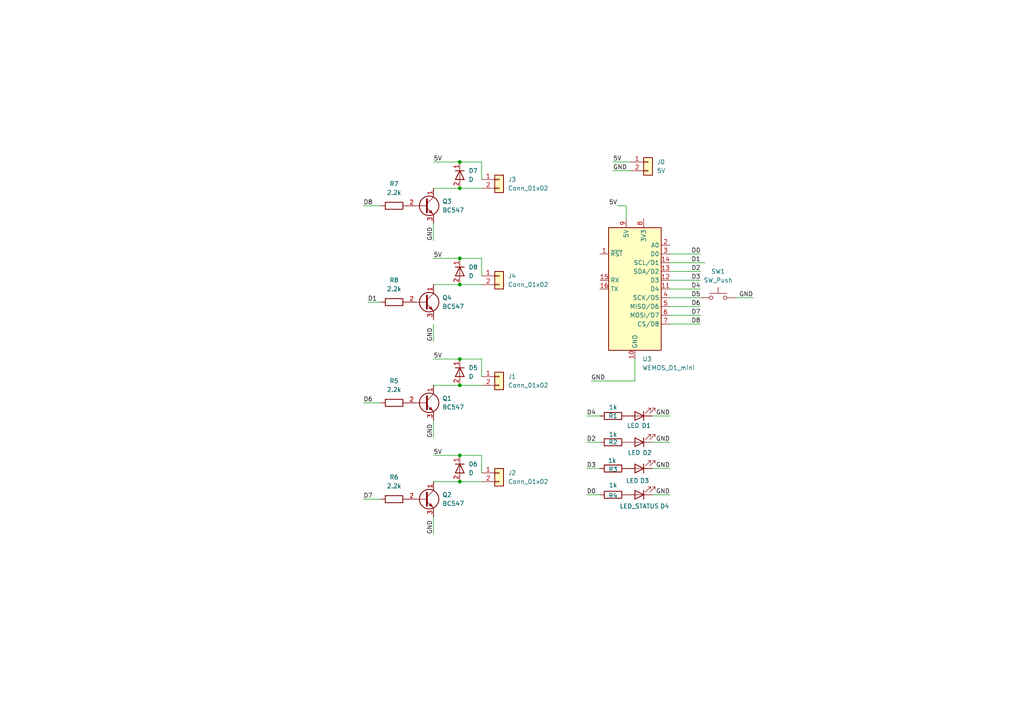
<source format=kicad_sch>
(kicad_sch
	(version 20250114)
	(generator "eeschema")
	(generator_version "9.0")
	(uuid "42265a98-b6bf-4d34-8968-b201c68faa0d")
	(paper "A4")
	(lib_symbols
		(symbol "Connector_Generic:Conn_01x02"
			(pin_names
				(offset 1.016)
				(hide yes)
			)
			(exclude_from_sim no)
			(in_bom yes)
			(on_board yes)
			(property "Reference" "J"
				(at 0 2.54 0)
				(effects
					(font
						(size 1.27 1.27)
					)
				)
			)
			(property "Value" "Conn_01x02"
				(at 0 -5.08 0)
				(effects
					(font
						(size 1.27 1.27)
					)
				)
			)
			(property "Footprint" ""
				(at 0 0 0)
				(effects
					(font
						(size 1.27 1.27)
					)
					(hide yes)
				)
			)
			(property "Datasheet" "~"
				(at 0 0 0)
				(effects
					(font
						(size 1.27 1.27)
					)
					(hide yes)
				)
			)
			(property "Description" "Generic connector, single row, 01x02, script generated (kicad-library-utils/schlib/autogen/connector/)"
				(at 0 0 0)
				(effects
					(font
						(size 1.27 1.27)
					)
					(hide yes)
				)
			)
			(property "ki_keywords" "connector"
				(at 0 0 0)
				(effects
					(font
						(size 1.27 1.27)
					)
					(hide yes)
				)
			)
			(property "ki_fp_filters" "Connector*:*_1x??_*"
				(at 0 0 0)
				(effects
					(font
						(size 1.27 1.27)
					)
					(hide yes)
				)
			)
			(symbol "Conn_01x02_1_1"
				(rectangle
					(start -1.27 1.27)
					(end 1.27 -3.81)
					(stroke
						(width 0.254)
						(type default)
					)
					(fill
						(type background)
					)
				)
				(rectangle
					(start -1.27 0.127)
					(end 0 -0.127)
					(stroke
						(width 0.1524)
						(type default)
					)
					(fill
						(type none)
					)
				)
				(rectangle
					(start -1.27 -2.413)
					(end 0 -2.667)
					(stroke
						(width 0.1524)
						(type default)
					)
					(fill
						(type none)
					)
				)
				(pin passive line
					(at -5.08 0 0)
					(length 3.81)
					(name "Pin_1"
						(effects
							(font
								(size 1.27 1.27)
							)
						)
					)
					(number "1"
						(effects
							(font
								(size 1.27 1.27)
							)
						)
					)
				)
				(pin passive line
					(at -5.08 -2.54 0)
					(length 3.81)
					(name "Pin_2"
						(effects
							(font
								(size 1.27 1.27)
							)
						)
					)
					(number "2"
						(effects
							(font
								(size 1.27 1.27)
							)
						)
					)
				)
			)
			(embedded_fonts no)
		)
		(symbol "Device:LED"
			(pin_numbers
				(hide yes)
			)
			(pin_names
				(offset 1.016)
				(hide yes)
			)
			(exclude_from_sim no)
			(in_bom yes)
			(on_board yes)
			(property "Reference" "D"
				(at 0 2.54 0)
				(effects
					(font
						(size 1.27 1.27)
					)
				)
			)
			(property "Value" "LED"
				(at 0 -2.54 0)
				(effects
					(font
						(size 1.27 1.27)
					)
				)
			)
			(property "Footprint" ""
				(at 0 0 0)
				(effects
					(font
						(size 1.27 1.27)
					)
					(hide yes)
				)
			)
			(property "Datasheet" "~"
				(at 0 0 0)
				(effects
					(font
						(size 1.27 1.27)
					)
					(hide yes)
				)
			)
			(property "Description" "Light emitting diode"
				(at 0 0 0)
				(effects
					(font
						(size 1.27 1.27)
					)
					(hide yes)
				)
			)
			(property "Sim.Pins" "1=K 2=A"
				(at 0 0 0)
				(effects
					(font
						(size 1.27 1.27)
					)
					(hide yes)
				)
			)
			(property "ki_keywords" "LED diode"
				(at 0 0 0)
				(effects
					(font
						(size 1.27 1.27)
					)
					(hide yes)
				)
			)
			(property "ki_fp_filters" "LED* LED_SMD:* LED_THT:*"
				(at 0 0 0)
				(effects
					(font
						(size 1.27 1.27)
					)
					(hide yes)
				)
			)
			(symbol "LED_0_1"
				(polyline
					(pts
						(xy -3.048 -0.762) (xy -4.572 -2.286) (xy -3.81 -2.286) (xy -4.572 -2.286) (xy -4.572 -1.524)
					)
					(stroke
						(width 0)
						(type default)
					)
					(fill
						(type none)
					)
				)
				(polyline
					(pts
						(xy -1.778 -0.762) (xy -3.302 -2.286) (xy -2.54 -2.286) (xy -3.302 -2.286) (xy -3.302 -1.524)
					)
					(stroke
						(width 0)
						(type default)
					)
					(fill
						(type none)
					)
				)
				(polyline
					(pts
						(xy -1.27 0) (xy 1.27 0)
					)
					(stroke
						(width 0)
						(type default)
					)
					(fill
						(type none)
					)
				)
				(polyline
					(pts
						(xy -1.27 -1.27) (xy -1.27 1.27)
					)
					(stroke
						(width 0.254)
						(type default)
					)
					(fill
						(type none)
					)
				)
				(polyline
					(pts
						(xy 1.27 -1.27) (xy 1.27 1.27) (xy -1.27 0) (xy 1.27 -1.27)
					)
					(stroke
						(width 0.254)
						(type default)
					)
					(fill
						(type none)
					)
				)
			)
			(symbol "LED_1_1"
				(pin passive line
					(at -3.81 0 0)
					(length 2.54)
					(name "K"
						(effects
							(font
								(size 1.27 1.27)
							)
						)
					)
					(number "1"
						(effects
							(font
								(size 1.27 1.27)
							)
						)
					)
				)
				(pin passive line
					(at 3.81 0 180)
					(length 2.54)
					(name "A"
						(effects
							(font
								(size 1.27 1.27)
							)
						)
					)
					(number "2"
						(effects
							(font
								(size 1.27 1.27)
							)
						)
					)
				)
			)
			(embedded_fonts no)
		)
		(symbol "Device:R"
			(pin_numbers
				(hide yes)
			)
			(pin_names
				(offset 0)
			)
			(exclude_from_sim no)
			(in_bom yes)
			(on_board yes)
			(property "Reference" "R"
				(at 2.032 0 90)
				(effects
					(font
						(size 1.27 1.27)
					)
				)
			)
			(property "Value" "R"
				(at 0 0 90)
				(effects
					(font
						(size 1.27 1.27)
					)
				)
			)
			(property "Footprint" ""
				(at -1.778 0 90)
				(effects
					(font
						(size 1.27 1.27)
					)
					(hide yes)
				)
			)
			(property "Datasheet" "~"
				(at 0 0 0)
				(effects
					(font
						(size 1.27 1.27)
					)
					(hide yes)
				)
			)
			(property "Description" "Resistor"
				(at 0 0 0)
				(effects
					(font
						(size 1.27 1.27)
					)
					(hide yes)
				)
			)
			(property "ki_keywords" "R res resistor"
				(at 0 0 0)
				(effects
					(font
						(size 1.27 1.27)
					)
					(hide yes)
				)
			)
			(property "ki_fp_filters" "R_*"
				(at 0 0 0)
				(effects
					(font
						(size 1.27 1.27)
					)
					(hide yes)
				)
			)
			(symbol "R_0_1"
				(rectangle
					(start -1.016 -2.54)
					(end 1.016 2.54)
					(stroke
						(width 0.254)
						(type default)
					)
					(fill
						(type none)
					)
				)
			)
			(symbol "R_1_1"
				(pin passive line
					(at 0 3.81 270)
					(length 1.27)
					(name "~"
						(effects
							(font
								(size 1.27 1.27)
							)
						)
					)
					(number "1"
						(effects
							(font
								(size 1.27 1.27)
							)
						)
					)
				)
				(pin passive line
					(at 0 -3.81 90)
					(length 1.27)
					(name "~"
						(effects
							(font
								(size 1.27 1.27)
							)
						)
					)
					(number "2"
						(effects
							(font
								(size 1.27 1.27)
							)
						)
					)
				)
			)
			(embedded_fonts no)
		)
		(symbol "RF_Module:WEMOS_D1_mini"
			(exclude_from_sim no)
			(in_bom yes)
			(on_board yes)
			(property "Reference" "U"
				(at 3.81 19.05 0)
				(effects
					(font
						(size 1.27 1.27)
					)
					(justify left)
				)
			)
			(property "Value" "WEMOS_D1_mini"
				(at 1.27 -19.05 0)
				(effects
					(font
						(size 1.27 1.27)
					)
					(justify left)
				)
			)
			(property "Footprint" "RF_Module:WEMOS_D1_mini_light"
				(at 0 -29.21 0)
				(effects
					(font
						(size 1.27 1.27)
					)
					(hide yes)
				)
			)
			(property "Datasheet" "https://wiki.wemos.cc/products:d1:d1_mini#documentation"
				(at -46.99 -29.21 0)
				(effects
					(font
						(size 1.27 1.27)
					)
					(hide yes)
				)
			)
			(property "Description" "32-bit microcontroller module with WiFi"
				(at 0 0 0)
				(effects
					(font
						(size 1.27 1.27)
					)
					(hide yes)
				)
			)
			(property "ki_keywords" "ESP8266 WiFi microcontroller ESP8266EX"
				(at 0 0 0)
				(effects
					(font
						(size 1.27 1.27)
					)
					(hide yes)
				)
			)
			(property "ki_fp_filters" "WEMOS*D1*mini*"
				(at 0 0 0)
				(effects
					(font
						(size 1.27 1.27)
					)
					(hide yes)
				)
			)
			(symbol "WEMOS_D1_mini_1_1"
				(rectangle
					(start -7.62 17.78)
					(end 7.62 -17.78)
					(stroke
						(width 0.254)
						(type default)
					)
					(fill
						(type background)
					)
				)
				(pin input line
					(at -10.16 10.16 0)
					(length 2.54)
					(name "~{RST}"
						(effects
							(font
								(size 1.27 1.27)
							)
						)
					)
					(number "1"
						(effects
							(font
								(size 1.27 1.27)
							)
						)
					)
				)
				(pin input line
					(at -10.16 2.54 0)
					(length 2.54)
					(name "RX"
						(effects
							(font
								(size 1.27 1.27)
							)
						)
					)
					(number "15"
						(effects
							(font
								(size 1.27 1.27)
							)
						)
					)
				)
				(pin output line
					(at -10.16 0 0)
					(length 2.54)
					(name "TX"
						(effects
							(font
								(size 1.27 1.27)
							)
						)
					)
					(number "16"
						(effects
							(font
								(size 1.27 1.27)
							)
						)
					)
				)
				(pin power_in line
					(at -2.54 20.32 270)
					(length 2.54)
					(name "5V"
						(effects
							(font
								(size 1.27 1.27)
							)
						)
					)
					(number "9"
						(effects
							(font
								(size 1.27 1.27)
							)
						)
					)
				)
				(pin power_in line
					(at 0 -20.32 90)
					(length 2.54)
					(name "GND"
						(effects
							(font
								(size 1.27 1.27)
							)
						)
					)
					(number "10"
						(effects
							(font
								(size 1.27 1.27)
							)
						)
					)
				)
				(pin power_out line
					(at 2.54 20.32 270)
					(length 2.54)
					(name "3V3"
						(effects
							(font
								(size 1.27 1.27)
							)
						)
					)
					(number "8"
						(effects
							(font
								(size 1.27 1.27)
							)
						)
					)
				)
				(pin input line
					(at 10.16 12.7 180)
					(length 2.54)
					(name "A0"
						(effects
							(font
								(size 1.27 1.27)
							)
						)
					)
					(number "2"
						(effects
							(font
								(size 1.27 1.27)
							)
						)
					)
				)
				(pin bidirectional line
					(at 10.16 10.16 180)
					(length 2.54)
					(name "D0"
						(effects
							(font
								(size 1.27 1.27)
							)
						)
					)
					(number "3"
						(effects
							(font
								(size 1.27 1.27)
							)
						)
					)
				)
				(pin bidirectional line
					(at 10.16 7.62 180)
					(length 2.54)
					(name "SCL/D1"
						(effects
							(font
								(size 1.27 1.27)
							)
						)
					)
					(number "14"
						(effects
							(font
								(size 1.27 1.27)
							)
						)
					)
				)
				(pin bidirectional line
					(at 10.16 5.08 180)
					(length 2.54)
					(name "SDA/D2"
						(effects
							(font
								(size 1.27 1.27)
							)
						)
					)
					(number "13"
						(effects
							(font
								(size 1.27 1.27)
							)
						)
					)
				)
				(pin bidirectional line
					(at 10.16 2.54 180)
					(length 2.54)
					(name "D3"
						(effects
							(font
								(size 1.27 1.27)
							)
						)
					)
					(number "12"
						(effects
							(font
								(size 1.27 1.27)
							)
						)
					)
				)
				(pin bidirectional line
					(at 10.16 0 180)
					(length 2.54)
					(name "D4"
						(effects
							(font
								(size 1.27 1.27)
							)
						)
					)
					(number "11"
						(effects
							(font
								(size 1.27 1.27)
							)
						)
					)
				)
				(pin bidirectional line
					(at 10.16 -2.54 180)
					(length 2.54)
					(name "SCK/D5"
						(effects
							(font
								(size 1.27 1.27)
							)
						)
					)
					(number "4"
						(effects
							(font
								(size 1.27 1.27)
							)
						)
					)
				)
				(pin bidirectional line
					(at 10.16 -5.08 180)
					(length 2.54)
					(name "MISO/D6"
						(effects
							(font
								(size 1.27 1.27)
							)
						)
					)
					(number "5"
						(effects
							(font
								(size 1.27 1.27)
							)
						)
					)
				)
				(pin bidirectional line
					(at 10.16 -7.62 180)
					(length 2.54)
					(name "MOSI/D7"
						(effects
							(font
								(size 1.27 1.27)
							)
						)
					)
					(number "6"
						(effects
							(font
								(size 1.27 1.27)
							)
						)
					)
				)
				(pin bidirectional line
					(at 10.16 -10.16 180)
					(length 2.54)
					(name "CS/D8"
						(effects
							(font
								(size 1.27 1.27)
							)
						)
					)
					(number "7"
						(effects
							(font
								(size 1.27 1.27)
							)
						)
					)
				)
			)
			(embedded_fonts no)
		)
		(symbol "Simulation_SPICE:D"
			(pin_names
				(offset 1.016)
				(hide yes)
			)
			(exclude_from_sim no)
			(in_bom yes)
			(on_board yes)
			(property "Reference" "D"
				(at 0 2.54 0)
				(effects
					(font
						(size 1.27 1.27)
					)
				)
			)
			(property "Value" "D"
				(at 0 -2.54 0)
				(effects
					(font
						(size 1.27 1.27)
					)
				)
			)
			(property "Footprint" ""
				(at 0 0 0)
				(effects
					(font
						(size 1.27 1.27)
					)
					(hide yes)
				)
			)
			(property "Datasheet" "https://ngspice.sourceforge.io/docs/ngspice-html-manual/manual.xhtml#cha_DIODEs"
				(at 0 0 0)
				(effects
					(font
						(size 1.27 1.27)
					)
					(hide yes)
				)
			)
			(property "Description" "Diode for simulation or PCB"
				(at 0 0 0)
				(effects
					(font
						(size 1.27 1.27)
					)
					(hide yes)
				)
			)
			(property "Sim.Device" "D"
				(at 0 0 0)
				(effects
					(font
						(size 1.27 1.27)
					)
					(hide yes)
				)
			)
			(property "Sim.Pins" "1=K 2=A"
				(at 0 0 0)
				(effects
					(font
						(size 1.27 1.27)
					)
					(hide yes)
				)
			)
			(property "Sim.Params" "rs=50m cjo=10p"
				(at 0 0 0)
				(effects
					(font
						(size 1.27 1.27)
					)
					(hide yes)
				)
			)
			(property "ki_keywords" "simulation"
				(at 0 0 0)
				(effects
					(font
						(size 1.27 1.27)
					)
					(hide yes)
				)
			)
			(property "ki_fp_filters" "TO-???* *_Diode_* *SingleDiode* D_*"
				(at 0 0 0)
				(effects
					(font
						(size 1.27 1.27)
					)
					(hide yes)
				)
			)
			(symbol "D_0_1"
				(polyline
					(pts
						(xy -1.27 1.27) (xy -1.27 -1.27)
					)
					(stroke
						(width 0.254)
						(type default)
					)
					(fill
						(type none)
					)
				)
				(polyline
					(pts
						(xy 1.27 1.27) (xy 1.27 -1.27) (xy -1.27 0) (xy 1.27 1.27)
					)
					(stroke
						(width 0.254)
						(type default)
					)
					(fill
						(type none)
					)
				)
				(polyline
					(pts
						(xy 1.27 0) (xy -1.27 0)
					)
					(stroke
						(width 0)
						(type default)
					)
					(fill
						(type none)
					)
				)
			)
			(symbol "D_1_1"
				(pin passive line
					(at -3.81 0 0)
					(length 2.54)
					(name "K"
						(effects
							(font
								(size 1.27 1.27)
							)
						)
					)
					(number "1"
						(effects
							(font
								(size 1.27 1.27)
							)
						)
					)
				)
				(pin passive line
					(at 3.81 0 180)
					(length 2.54)
					(name "A"
						(effects
							(font
								(size 1.27 1.27)
							)
						)
					)
					(number "2"
						(effects
							(font
								(size 1.27 1.27)
							)
						)
					)
				)
			)
			(embedded_fonts no)
		)
		(symbol "Switch:SW_Push"
			(pin_numbers
				(hide yes)
			)
			(pin_names
				(offset 1.016)
				(hide yes)
			)
			(exclude_from_sim no)
			(in_bom yes)
			(on_board yes)
			(property "Reference" "SW"
				(at 1.27 2.54 0)
				(effects
					(font
						(size 1.27 1.27)
					)
					(justify left)
				)
			)
			(property "Value" "SW_Push"
				(at 0 -1.524 0)
				(effects
					(font
						(size 1.27 1.27)
					)
				)
			)
			(property "Footprint" ""
				(at 0 5.08 0)
				(effects
					(font
						(size 1.27 1.27)
					)
					(hide yes)
				)
			)
			(property "Datasheet" "~"
				(at 0 5.08 0)
				(effects
					(font
						(size 1.27 1.27)
					)
					(hide yes)
				)
			)
			(property "Description" "Push button switch, generic, two pins"
				(at 0 0 0)
				(effects
					(font
						(size 1.27 1.27)
					)
					(hide yes)
				)
			)
			(property "ki_keywords" "switch normally-open pushbutton push-button"
				(at 0 0 0)
				(effects
					(font
						(size 1.27 1.27)
					)
					(hide yes)
				)
			)
			(symbol "SW_Push_0_1"
				(circle
					(center -2.032 0)
					(radius 0.508)
					(stroke
						(width 0)
						(type default)
					)
					(fill
						(type none)
					)
				)
				(polyline
					(pts
						(xy 0 1.27) (xy 0 3.048)
					)
					(stroke
						(width 0)
						(type default)
					)
					(fill
						(type none)
					)
				)
				(circle
					(center 2.032 0)
					(radius 0.508)
					(stroke
						(width 0)
						(type default)
					)
					(fill
						(type none)
					)
				)
				(polyline
					(pts
						(xy 2.54 1.27) (xy -2.54 1.27)
					)
					(stroke
						(width 0)
						(type default)
					)
					(fill
						(type none)
					)
				)
				(pin passive line
					(at -5.08 0 0)
					(length 2.54)
					(name "1"
						(effects
							(font
								(size 1.27 1.27)
							)
						)
					)
					(number "1"
						(effects
							(font
								(size 1.27 1.27)
							)
						)
					)
				)
				(pin passive line
					(at 5.08 0 180)
					(length 2.54)
					(name "2"
						(effects
							(font
								(size 1.27 1.27)
							)
						)
					)
					(number "2"
						(effects
							(font
								(size 1.27 1.27)
							)
						)
					)
				)
			)
			(embedded_fonts no)
		)
		(symbol "Transistor_BJT:BC546"
			(pin_names
				(offset 0)
				(hide yes)
			)
			(exclude_from_sim no)
			(in_bom yes)
			(on_board yes)
			(property "Reference" "Q"
				(at 5.08 1.905 0)
				(effects
					(font
						(size 1.27 1.27)
					)
					(justify left)
				)
			)
			(property "Value" "BC546"
				(at 5.08 0 0)
				(effects
					(font
						(size 1.27 1.27)
					)
					(justify left)
				)
			)
			(property "Footprint" "Package_TO_SOT_THT:TO-92_Inline"
				(at 5.08 -1.905 0)
				(effects
					(font
						(size 1.27 1.27)
						(italic yes)
					)
					(justify left)
					(hide yes)
				)
			)
			(property "Datasheet" "https://www.onsemi.com/pub/Collateral/BC550-D.pdf"
				(at 0 0 0)
				(effects
					(font
						(size 1.27 1.27)
					)
					(justify left)
					(hide yes)
				)
			)
			(property "Description" "0.1A Ic, 65V Vce, Small Signal NPN Transistor, TO-92"
				(at 0 0 0)
				(effects
					(font
						(size 1.27 1.27)
					)
					(hide yes)
				)
			)
			(property "ki_keywords" "NPN Transistor"
				(at 0 0 0)
				(effects
					(font
						(size 1.27 1.27)
					)
					(hide yes)
				)
			)
			(property "ki_fp_filters" "TO?92*"
				(at 0 0 0)
				(effects
					(font
						(size 1.27 1.27)
					)
					(hide yes)
				)
			)
			(symbol "BC546_0_1"
				(polyline
					(pts
						(xy -2.54 0) (xy 0.635 0)
					)
					(stroke
						(width 0)
						(type default)
					)
					(fill
						(type none)
					)
				)
				(polyline
					(pts
						(xy 0.635 1.905) (xy 0.635 -1.905)
					)
					(stroke
						(width 0.508)
						(type default)
					)
					(fill
						(type none)
					)
				)
				(circle
					(center 1.27 0)
					(radius 2.8194)
					(stroke
						(width 0.254)
						(type default)
					)
					(fill
						(type none)
					)
				)
			)
			(symbol "BC546_1_1"
				(polyline
					(pts
						(xy 0.635 0.635) (xy 2.54 2.54)
					)
					(stroke
						(width 0)
						(type default)
					)
					(fill
						(type none)
					)
				)
				(polyline
					(pts
						(xy 0.635 -0.635) (xy 2.54 -2.54)
					)
					(stroke
						(width 0)
						(type default)
					)
					(fill
						(type none)
					)
				)
				(polyline
					(pts
						(xy 1.27 -1.778) (xy 1.778 -1.27) (xy 2.286 -2.286) (xy 1.27 -1.778)
					)
					(stroke
						(width 0)
						(type default)
					)
					(fill
						(type outline)
					)
				)
				(pin input line
					(at -5.08 0 0)
					(length 2.54)
					(name "B"
						(effects
							(font
								(size 1.27 1.27)
							)
						)
					)
					(number "2"
						(effects
							(font
								(size 1.27 1.27)
							)
						)
					)
				)
				(pin passive line
					(at 2.54 5.08 270)
					(length 2.54)
					(name "C"
						(effects
							(font
								(size 1.27 1.27)
							)
						)
					)
					(number "1"
						(effects
							(font
								(size 1.27 1.27)
							)
						)
					)
				)
				(pin passive line
					(at 2.54 -5.08 90)
					(length 2.54)
					(name "E"
						(effects
							(font
								(size 1.27 1.27)
							)
						)
					)
					(number "3"
						(effects
							(font
								(size 1.27 1.27)
							)
						)
					)
				)
			)
			(embedded_fonts no)
		)
	)
	(junction
		(at 133.35 46.99)
		(diameter 0)
		(color 0 0 0 0)
		(uuid "2d00de55-643c-4098-8376-dde1cfa1f91c")
	)
	(junction
		(at 133.35 74.93)
		(diameter 0)
		(color 0 0 0 0)
		(uuid "35c61f2b-fc5f-4a2a-a028-c35e2b8ad9d6")
	)
	(junction
		(at 133.35 82.55)
		(diameter 0)
		(color 0 0 0 0)
		(uuid "3d294574-ff89-4feb-85bc-38f0f73ab595")
	)
	(junction
		(at 133.35 54.61)
		(diameter 0)
		(color 0 0 0 0)
		(uuid "5037c5fe-5e23-4dfc-84e5-829d791f2df0")
	)
	(junction
		(at 133.35 111.76)
		(diameter 0)
		(color 0 0 0 0)
		(uuid "afcb1d18-5048-4855-a5b8-94dfed5647d6")
	)
	(junction
		(at 133.35 132.08)
		(diameter 0)
		(color 0 0 0 0)
		(uuid "b0fea92f-a741-4627-9a47-97a4c886cc00")
	)
	(junction
		(at 133.35 139.7)
		(diameter 0)
		(color 0 0 0 0)
		(uuid "b69b6758-4417-439f-ad7d-569b7ecef09d")
	)
	(junction
		(at 133.35 104.14)
		(diameter 0)
		(color 0 0 0 0)
		(uuid "f3120fcb-60ca-4653-b8f7-374efe9f73b1")
	)
	(wire
		(pts
			(xy 133.35 82.55) (xy 139.7 82.55)
		)
		(stroke
			(width 0)
			(type default)
		)
		(uuid "030c053e-f80b-4964-86d7-15dbca5fa4d6")
	)
	(wire
		(pts
			(xy 139.7 52.07) (xy 139.7 46.99)
		)
		(stroke
			(width 0)
			(type default)
		)
		(uuid "077672ba-a67b-46bc-b577-503d5aee5196")
	)
	(wire
		(pts
			(xy 194.31 88.9) (xy 203.2 88.9)
		)
		(stroke
			(width 0)
			(type default)
		)
		(uuid "1864f020-ebd5-4d6a-b7b1-b211b2c1394c")
	)
	(wire
		(pts
			(xy 194.31 73.66) (xy 203.2 73.66)
		)
		(stroke
			(width 0)
			(type default)
		)
		(uuid "1b0bbd1f-170d-4f11-97db-13a0554cba74")
	)
	(wire
		(pts
			(xy 177.8 46.99) (xy 182.88 46.99)
		)
		(stroke
			(width 0)
			(type default)
		)
		(uuid "20de61c5-1b62-4c71-bc87-800a9f6666e4")
	)
	(wire
		(pts
			(xy 177.8 49.53) (xy 182.88 49.53)
		)
		(stroke
			(width 0)
			(type default)
		)
		(uuid "22a8ac18-fe28-4342-9779-0e5cdb13798d")
	)
	(wire
		(pts
			(xy 139.7 137.16) (xy 139.7 132.08)
		)
		(stroke
			(width 0)
			(type default)
		)
		(uuid "2342663d-2331-478c-a299-cc5151edc19b")
	)
	(wire
		(pts
			(xy 194.31 91.44) (xy 203.2 91.44)
		)
		(stroke
			(width 0)
			(type default)
		)
		(uuid "23cb8b6d-4b04-4796-9741-e53eaee98bae")
	)
	(wire
		(pts
			(xy 125.73 82.55) (xy 133.35 82.55)
		)
		(stroke
			(width 0)
			(type default)
		)
		(uuid "23dc79a3-85ee-43e0-b2a7-a4972209cf4a")
	)
	(wire
		(pts
			(xy 133.35 46.99) (xy 139.7 46.99)
		)
		(stroke
			(width 0)
			(type default)
		)
		(uuid "2777c9de-4bdf-4913-8c7a-79bf99464996")
	)
	(wire
		(pts
			(xy 133.35 74.93) (xy 139.7 74.93)
		)
		(stroke
			(width 0)
			(type default)
		)
		(uuid "2b7a71d5-9d5b-4f31-a40f-c1fd0482e4e3")
	)
	(wire
		(pts
			(xy 125.73 64.77) (xy 125.73 69.85)
		)
		(stroke
			(width 0)
			(type default)
		)
		(uuid "2ed19096-07c7-48d3-bb58-8a3fcd8e7984")
	)
	(wire
		(pts
			(xy 106.68 87.63) (xy 110.49 87.63)
		)
		(stroke
			(width 0)
			(type default)
		)
		(uuid "32ac8214-e2ae-4de2-a98a-f38ef78cf8be")
	)
	(wire
		(pts
			(xy 194.31 93.98) (xy 203.2 93.98)
		)
		(stroke
			(width 0)
			(type default)
		)
		(uuid "37d68b6b-36f4-44af-8cb0-20d31b1cd66e")
	)
	(wire
		(pts
			(xy 194.31 120.65) (xy 189.23 120.65)
		)
		(stroke
			(width 0)
			(type default)
		)
		(uuid "404377e0-fb5d-40e2-bb1d-063019ad2f7f")
	)
	(wire
		(pts
			(xy 105.41 59.69) (xy 110.49 59.69)
		)
		(stroke
			(width 0)
			(type default)
		)
		(uuid "4706cf4e-4d64-4ccc-8389-aa61be2d822b")
	)
	(wire
		(pts
			(xy 194.31 83.82) (xy 203.2 83.82)
		)
		(stroke
			(width 0)
			(type default)
		)
		(uuid "47080aa3-19d1-4cdc-ae5c-312dd592fe75")
	)
	(wire
		(pts
			(xy 171.45 110.49) (xy 184.15 110.49)
		)
		(stroke
			(width 0)
			(type default)
		)
		(uuid "48f4a762-b233-4fae-b164-1f6ae67c6395")
	)
	(wire
		(pts
			(xy 125.73 121.92) (xy 125.73 127)
		)
		(stroke
			(width 0)
			(type default)
		)
		(uuid "49e15c8c-97a7-4245-ade5-40ed2632d199")
	)
	(wire
		(pts
			(xy 194.31 76.2) (xy 204.47 76.2)
		)
		(stroke
			(width 0)
			(type default)
		)
		(uuid "4c98493d-326b-4133-a8bf-dab27dddf034")
	)
	(wire
		(pts
			(xy 125.73 74.93) (xy 133.35 74.93)
		)
		(stroke
			(width 0)
			(type default)
		)
		(uuid "4f2dbed5-e23d-4568-93f5-98c372ba037a")
	)
	(wire
		(pts
			(xy 194.31 81.28) (xy 203.2 81.28)
		)
		(stroke
			(width 0)
			(type default)
		)
		(uuid "517d9d45-5177-4c8f-a58e-ef8f5b061470")
	)
	(wire
		(pts
			(xy 125.73 132.08) (xy 133.35 132.08)
		)
		(stroke
			(width 0)
			(type default)
		)
		(uuid "5413a9ca-6ea9-4296-a3d5-07ef7ae26942")
	)
	(wire
		(pts
			(xy 133.35 139.7) (xy 139.7 139.7)
		)
		(stroke
			(width 0)
			(type default)
		)
		(uuid "5e3397c9-97fb-42ef-a0fd-b006c91afcba")
	)
	(wire
		(pts
			(xy 170.18 128.27) (xy 173.99 128.27)
		)
		(stroke
			(width 0)
			(type default)
		)
		(uuid "65e1a795-e421-403d-bd7c-52a713c2dcc6")
	)
	(wire
		(pts
			(xy 125.73 46.99) (xy 133.35 46.99)
		)
		(stroke
			(width 0)
			(type default)
		)
		(uuid "6a40d7c8-00f6-49d0-8a14-7fe0cd140e85")
	)
	(wire
		(pts
			(xy 170.18 135.89) (xy 173.99 135.89)
		)
		(stroke
			(width 0)
			(type default)
		)
		(uuid "6c394669-7926-4370-919c-32d44441baeb")
	)
	(wire
		(pts
			(xy 194.31 128.27) (xy 189.23 128.27)
		)
		(stroke
			(width 0)
			(type default)
		)
		(uuid "70023333-96e6-4916-9734-b15a4fd2d18c")
	)
	(wire
		(pts
			(xy 105.41 144.78) (xy 110.49 144.78)
		)
		(stroke
			(width 0)
			(type default)
		)
		(uuid "72de2192-c5b8-4efb-b26e-d79014946dce")
	)
	(wire
		(pts
			(xy 133.35 54.61) (xy 139.7 54.61)
		)
		(stroke
			(width 0)
			(type default)
		)
		(uuid "788ecbb4-f950-4442-a534-a2bd827f5275")
	)
	(wire
		(pts
			(xy 125.73 54.61) (xy 133.35 54.61)
		)
		(stroke
			(width 0)
			(type default)
		)
		(uuid "82354cba-cfff-47ef-9881-23444eccfff9")
	)
	(wire
		(pts
			(xy 125.73 93.98) (xy 125.73 99.06)
		)
		(stroke
			(width 0)
			(type default)
		)
		(uuid "88c744ee-07a3-471f-9814-70ead6f56347")
	)
	(wire
		(pts
			(xy 213.36 86.36) (xy 218.44 86.36)
		)
		(stroke
			(width 0)
			(type default)
		)
		(uuid "8ad6c5dc-4980-42ec-b11b-f40a7f096a9f")
	)
	(wire
		(pts
			(xy 203.2 86.36) (xy 194.31 86.36)
		)
		(stroke
			(width 0)
			(type default)
		)
		(uuid "8e2832d8-265f-4f29-bac2-eebb056b195a")
	)
	(wire
		(pts
			(xy 170.18 143.51) (xy 173.99 143.51)
		)
		(stroke
			(width 0)
			(type default)
		)
		(uuid "95d42b80-5311-4c47-b29e-b11b24a9ef99")
	)
	(wire
		(pts
			(xy 170.18 120.65) (xy 173.99 120.65)
		)
		(stroke
			(width 0)
			(type default)
		)
		(uuid "976b1171-ec98-4a8a-a9b9-f77b0bd7aa59")
	)
	(wire
		(pts
			(xy 139.7 80.01) (xy 139.7 74.93)
		)
		(stroke
			(width 0)
			(type default)
		)
		(uuid "9d3f713a-c5cc-485d-bcb1-a17a4c70a0a4")
	)
	(wire
		(pts
			(xy 105.41 116.84) (xy 110.49 116.84)
		)
		(stroke
			(width 0)
			(type default)
		)
		(uuid "a6fbebbd-65c6-4e5a-9eed-d8805f40d0df")
	)
	(wire
		(pts
			(xy 194.31 143.51) (xy 189.23 143.51)
		)
		(stroke
			(width 0)
			(type default)
		)
		(uuid "a94cdb55-849e-48e1-8c80-1ceec1266930")
	)
	(wire
		(pts
			(xy 194.31 135.89) (xy 189.23 135.89)
		)
		(stroke
			(width 0)
			(type default)
		)
		(uuid "b423f1d7-29d3-4807-af24-59bfe407dddc")
	)
	(wire
		(pts
			(xy 133.35 104.14) (xy 139.7 104.14)
		)
		(stroke
			(width 0)
			(type default)
		)
		(uuid "b93a4557-1e70-4c58-b2bb-27b8c45eac8c")
	)
	(wire
		(pts
			(xy 179.07 59.69) (xy 181.61 59.69)
		)
		(stroke
			(width 0)
			(type default)
		)
		(uuid "b98c2817-deb5-4a15-aec5-b08579fc5cfc")
	)
	(wire
		(pts
			(xy 181.61 59.69) (xy 181.61 63.5)
		)
		(stroke
			(width 0)
			(type default)
		)
		(uuid "be039768-10dc-4d93-a7c6-d0df6898e707")
	)
	(wire
		(pts
			(xy 125.73 104.14) (xy 133.35 104.14)
		)
		(stroke
			(width 0)
			(type default)
		)
		(uuid "c8ee7ae5-aa04-4111-b879-840c8f32774b")
	)
	(wire
		(pts
			(xy 133.35 111.76) (xy 139.7 111.76)
		)
		(stroke
			(width 0)
			(type default)
		)
		(uuid "ca4a1607-ac9d-4719-b293-1f4146a4884d")
	)
	(wire
		(pts
			(xy 125.73 149.86) (xy 125.73 154.94)
		)
		(stroke
			(width 0)
			(type default)
		)
		(uuid "d3c0e780-16b5-4894-8cc2-d1bb458eca73")
	)
	(wire
		(pts
			(xy 133.35 132.08) (xy 139.7 132.08)
		)
		(stroke
			(width 0)
			(type default)
		)
		(uuid "d695994d-2681-4c8e-8837-ee7e33146801")
	)
	(wire
		(pts
			(xy 184.15 104.14) (xy 184.15 110.49)
		)
		(stroke
			(width 0)
			(type default)
		)
		(uuid "e0411e70-e24f-4f04-9039-7d03191cbe82")
	)
	(wire
		(pts
			(xy 139.7 109.22) (xy 139.7 104.14)
		)
		(stroke
			(width 0)
			(type default)
		)
		(uuid "e5aa3ac8-a7c5-4192-9bd8-6c33af465557")
	)
	(wire
		(pts
			(xy 125.73 139.7) (xy 133.35 139.7)
		)
		(stroke
			(width 0)
			(type default)
		)
		(uuid "e5ee8b1a-6706-4491-bdba-5a31971fae66")
	)
	(wire
		(pts
			(xy 194.31 78.74) (xy 203.2 78.74)
		)
		(stroke
			(width 0)
			(type default)
		)
		(uuid "eedbb168-716a-4c16-ac16-7b5cdb8c5e74")
	)
	(wire
		(pts
			(xy 125.73 111.76) (xy 133.35 111.76)
		)
		(stroke
			(width 0)
			(type default)
		)
		(uuid "ef3ca34b-c95e-41bb-a5c4-d3f97721a5c0")
	)
	(label "GND"
		(at 194.31 120.65 180)
		(effects
			(font
				(size 1.27 1.27)
			)
			(justify right bottom)
		)
		(uuid "02e765bb-81ea-469e-be7c-583278213bc7")
	)
	(label "5V"
		(at 125.73 104.14 0)
		(effects
			(font
				(size 1.27 1.27)
			)
			(justify left bottom)
		)
		(uuid "0ac03a15-c9b2-46b4-89e6-50a5d523c6a7")
	)
	(label "GND"
		(at 194.31 128.27 180)
		(effects
			(font
				(size 1.27 1.27)
			)
			(justify right bottom)
		)
		(uuid "1eac61af-e27d-44d2-a436-53912a900d64")
	)
	(label "D6"
		(at 105.41 116.84 0)
		(effects
			(font
				(size 1.27 1.27)
			)
			(justify left bottom)
		)
		(uuid "2182559e-5956-4681-bf42-6670741cf003")
	)
	(label "GND"
		(at 194.31 143.51 180)
		(effects
			(font
				(size 1.27 1.27)
			)
			(justify right bottom)
		)
		(uuid "229bfa71-ac57-4630-8ba2-792098e70c0a")
	)
	(label "GND"
		(at 171.45 110.49 0)
		(effects
			(font
				(size 1.27 1.27)
			)
			(justify left bottom)
		)
		(uuid "26471ef7-a0ed-4978-83be-d3784a9ccc03")
	)
	(label "D7"
		(at 203.2 91.44 180)
		(effects
			(font
				(size 1.27 1.27)
			)
			(justify right bottom)
		)
		(uuid "2bc8b7f5-9f91-43dc-a358-f06e31beb74d")
	)
	(label "D8"
		(at 105.41 59.69 0)
		(effects
			(font
				(size 1.27 1.27)
			)
			(justify left bottom)
		)
		(uuid "3718d6c5-b808-4cce-8c6e-504e794b7171")
	)
	(label "D0"
		(at 203.2 73.66 180)
		(effects
			(font
				(size 1.27 1.27)
			)
			(justify right bottom)
		)
		(uuid "4599f894-cd54-4e8c-9266-34341746e326")
	)
	(label "D7"
		(at 105.41 144.78 0)
		(effects
			(font
				(size 1.27 1.27)
			)
			(justify left bottom)
		)
		(uuid "48802ae6-dd9b-4632-87ac-5aba7659d878")
	)
	(label "D5"
		(at 203.2 86.36 180)
		(effects
			(font
				(size 1.27 1.27)
			)
			(justify right bottom)
		)
		(uuid "49d16168-ab2e-41d1-961f-8168ce5d1e45")
	)
	(label "5V"
		(at 177.8 46.99 0)
		(effects
			(font
				(size 1.27 1.27)
			)
			(justify left bottom)
		)
		(uuid "49df592e-524f-4787-b7fd-c44e69f08c86")
	)
	(label "D0"
		(at 170.18 143.51 0)
		(effects
			(font
				(size 1.27 1.27)
			)
			(justify left bottom)
		)
		(uuid "52c021f5-1aa6-4356-85cc-0ad0bf2a8f20")
	)
	(label "GND"
		(at 125.73 99.06 90)
		(effects
			(font
				(size 1.27 1.27)
			)
			(justify left bottom)
		)
		(uuid "531143d3-5f16-4837-b93f-635884ed089d")
	)
	(label "GND"
		(at 125.73 69.85 90)
		(effects
			(font
				(size 1.27 1.27)
			)
			(justify left bottom)
		)
		(uuid "5ee292bd-725c-446a-9649-150530d61a6a")
	)
	(label "5V"
		(at 125.73 74.93 0)
		(effects
			(font
				(size 1.27 1.27)
			)
			(justify left bottom)
		)
		(uuid "77756c27-4cc6-4eda-9022-ecb865edc27d")
	)
	(label "D4"
		(at 203.2 83.82 180)
		(effects
			(font
				(size 1.27 1.27)
			)
			(justify right bottom)
		)
		(uuid "79bd9ba4-0924-496a-8f23-eb99f21114be")
	)
	(label "D2"
		(at 203.2 78.74 180)
		(effects
			(font
				(size 1.27 1.27)
			)
			(justify right bottom)
		)
		(uuid "7de03ffb-e078-4f0a-b1e2-af7dfe7077d0")
	)
	(label "D3"
		(at 203.2 81.28 180)
		(effects
			(font
				(size 1.27 1.27)
			)
			(justify right bottom)
		)
		(uuid "87df1145-9ce0-4e5f-8bf7-ca2104d7a632")
	)
	(label "5V"
		(at 125.73 46.99 0)
		(effects
			(font
				(size 1.27 1.27)
			)
			(justify left bottom)
		)
		(uuid "8a46aafb-61d0-4922-9728-0aa360ef406f")
	)
	(label "5V"
		(at 125.73 132.08 0)
		(effects
			(font
				(size 1.27 1.27)
			)
			(justify left bottom)
		)
		(uuid "a42e8e35-fcef-4b54-9570-7dc3698534d3")
	)
	(label "D3"
		(at 170.18 135.89 0)
		(effects
			(font
				(size 1.27 1.27)
			)
			(justify left bottom)
		)
		(uuid "a4456520-b66c-4056-b2e6-301007dd6439")
	)
	(label "GND"
		(at 218.44 86.36 180)
		(effects
			(font
				(size 1.27 1.27)
			)
			(justify right bottom)
		)
		(uuid "a63bd716-1772-4d9f-a6ee-64d8b961fd48")
	)
	(label "GND"
		(at 125.73 154.94 90)
		(effects
			(font
				(size 1.27 1.27)
			)
			(justify left bottom)
		)
		(uuid "b3da6def-1342-490f-8de4-0eab3cd24256")
	)
	(label "GND"
		(at 194.31 135.89 180)
		(effects
			(font
				(size 1.27 1.27)
			)
			(justify right bottom)
		)
		(uuid "b6c59825-069a-4283-8bb1-ae97082af137")
	)
	(label "D4"
		(at 170.18 120.65 0)
		(effects
			(font
				(size 1.27 1.27)
			)
			(justify left bottom)
		)
		(uuid "c6b1fe83-d4d8-49a5-9f2e-ecd985ea17c0")
	)
	(label "D1"
		(at 203.2 76.2 180)
		(effects
			(font
				(size 1.27 1.27)
			)
			(justify right bottom)
		)
		(uuid "d17f67c3-dacd-48c2-b49b-166f2f6853ee")
	)
	(label "GND"
		(at 125.73 127 90)
		(effects
			(font
				(size 1.27 1.27)
			)
			(justify left bottom)
		)
		(uuid "d7a38c60-467c-42c1-80ab-735ac3163718")
	)
	(label "D2"
		(at 170.18 128.27 0)
		(effects
			(font
				(size 1.27 1.27)
			)
			(justify left bottom)
		)
		(uuid "e196614f-11fd-4830-a152-a2a910b871f3")
	)
	(label "D6"
		(at 203.2 88.9 180)
		(effects
			(font
				(size 1.27 1.27)
			)
			(justify right bottom)
		)
		(uuid "e7ee0578-c2dd-4e63-8c94-ab2b0ced4124")
	)
	(label "5V"
		(at 179.07 59.69 180)
		(effects
			(font
				(size 1.27 1.27)
			)
			(justify right bottom)
		)
		(uuid "f2858d27-7086-4881-ade5-565871108e20")
	)
	(label "GND"
		(at 177.8 49.53 0)
		(effects
			(font
				(size 1.27 1.27)
			)
			(justify left bottom)
		)
		(uuid "faa16efc-f26f-4a15-bcfe-4e21fce920eb")
	)
	(label "D8"
		(at 203.2 93.98 180)
		(effects
			(font
				(size 1.27 1.27)
			)
			(justify right bottom)
		)
		(uuid "fad913aa-88a6-4f63-8caa-2bf255561a83")
	)
	(label "D1"
		(at 106.68 87.63 0)
		(effects
			(font
				(size 1.27 1.27)
			)
			(justify left bottom)
		)
		(uuid "fe795e3b-244c-4575-b7d5-e1c210942e50")
	)
	(symbol
		(lib_id "RF_Module:WEMOS_D1_mini")
		(at 184.15 83.82 0)
		(unit 1)
		(exclude_from_sim no)
		(in_bom yes)
		(on_board yes)
		(dnp no)
		(fields_autoplaced yes)
		(uuid "0fe62869-ea9f-4ed1-9abf-771c917db867")
		(property "Reference" "U3"
			(at 186.2933 104.14 0)
			(effects
				(font
					(size 1.27 1.27)
				)
				(justify left)
			)
		)
		(property "Value" "WEMOS_D1_mini"
			(at 186.2933 106.68 0)
			(effects
				(font
					(size 1.27 1.27)
				)
				(justify left)
			)
		)
		(property "Footprint" "RF_Module:WEMOS_D1_mini_light"
			(at 184.15 113.03 0)
			(effects
				(font
					(size 1.27 1.27)
				)
				(hide yes)
			)
		)
		(property "Datasheet" "https://wiki.wemos.cc/products:d1:d1_mini#documentation"
			(at 137.16 113.03 0)
			(effects
				(font
					(size 1.27 1.27)
				)
				(hide yes)
			)
		)
		(property "Description" "32-bit microcontroller module with WiFi"
			(at 184.15 83.82 0)
			(effects
				(font
					(size 1.27 1.27)
				)
				(hide yes)
			)
		)
		(pin "1"
			(uuid "12b75a2d-788a-4841-9437-05b35984cf36")
		)
		(pin "8"
			(uuid "27504ed8-9c82-4f79-a8f9-3081393fa7ea")
		)
		(pin "13"
			(uuid "1937abd5-a43f-468a-ae57-cc275af2b00d")
		)
		(pin "15"
			(uuid "90bfd92c-5816-4b23-889d-9f6e2bb7df47")
		)
		(pin "16"
			(uuid "da2ce4e7-1862-48fd-a844-b2e9302c3008")
		)
		(pin "11"
			(uuid "7d52704c-75c1-4beb-983b-aef39bf64d0d")
		)
		(pin "9"
			(uuid "ff4fb4ea-1275-4bdd-b204-2e9383bc6ae9")
		)
		(pin "14"
			(uuid "dfb392e9-eae6-47c2-84c4-c90af15a2166")
		)
		(pin "10"
			(uuid "976c37c9-f352-48ec-97a9-ee93c838956f")
		)
		(pin "6"
			(uuid "434c1204-c63a-4cf5-a812-21a6dd75d43a")
		)
		(pin "7"
			(uuid "e62709b6-bd66-4eb7-bbc7-6a7fe3e5d46b")
		)
		(pin "4"
			(uuid "b75404bb-f544-4e89-8b24-7ac3fb481574")
		)
		(pin "5"
			(uuid "2e63edcd-db24-460d-ade3-3f8b2ef2600a")
		)
		(pin "3"
			(uuid "9bc3e118-2198-42d6-afb3-76e756f1f395")
		)
		(pin "12"
			(uuid "97913bfb-6032-4a2f-bec2-827c188df14e")
		)
		(pin "2"
			(uuid "ddde2283-1695-41c6-bef6-b097589f1d9d")
		)
		(instances
			(project ""
				(path "/42265a98-b6bf-4d34-8968-b201c68faa0d"
					(reference "U3")
					(unit 1)
				)
			)
		)
	)
	(symbol
		(lib_id "Device:LED")
		(at 185.42 128.27 180)
		(unit 1)
		(exclude_from_sim no)
		(in_bom yes)
		(on_board yes)
		(dnp no)
		(uuid "13272067-1e73-4e85-a24a-ab76cfdbd2fd")
		(property "Reference" "D2"
			(at 187.706 131.318 0)
			(effects
				(font
					(size 1.27 1.27)
				)
			)
		)
		(property "Value" "LED"
			(at 183.896 131.318 0)
			(effects
				(font
					(size 1.27 1.27)
				)
			)
		)
		(property "Footprint" "LED_THT:LED_D3.0mm"
			(at 185.42 128.27 0)
			(effects
				(font
					(size 1.27 1.27)
				)
				(hide yes)
			)
		)
		(property "Datasheet" "~"
			(at 185.42 128.27 0)
			(effects
				(font
					(size 1.27 1.27)
				)
				(hide yes)
			)
		)
		(property "Description" "Light emitting diode"
			(at 185.42 128.27 0)
			(effects
				(font
					(size 1.27 1.27)
				)
				(hide yes)
			)
		)
		(property "Sim.Pins" "1=K 2=A"
			(at 185.42 128.27 0)
			(effects
				(font
					(size 1.27 1.27)
				)
				(hide yes)
			)
		)
		(pin "2"
			(uuid "3b043c20-f8bc-4933-8854-98589b0c33e3")
		)
		(pin "1"
			(uuid "fad82438-fb2c-45a0-8329-16294d2448c0")
		)
		(instances
			(project ""
				(path "/42265a98-b6bf-4d34-8968-b201c68faa0d"
					(reference "D2")
					(unit 1)
				)
			)
		)
	)
	(symbol
		(lib_id "Simulation_SPICE:D")
		(at 133.35 135.89 270)
		(unit 1)
		(exclude_from_sim no)
		(in_bom yes)
		(on_board yes)
		(dnp no)
		(fields_autoplaced yes)
		(uuid "33192161-c6ae-4df8-93a5-f97ceef91e03")
		(property "Reference" "D6"
			(at 135.89 134.6199 90)
			(effects
				(font
					(size 1.27 1.27)
				)
				(justify left)
			)
		)
		(property "Value" "D"
			(at 135.89 137.1599 90)
			(effects
				(font
					(size 1.27 1.27)
				)
				(justify left)
			)
		)
		(property "Footprint" "Diode_SMD:D_SMA"
			(at 133.35 135.89 0)
			(effects
				(font
					(size 1.27 1.27)
				)
				(hide yes)
			)
		)
		(property "Datasheet" "https://ngspice.sourceforge.io/docs/ngspice-html-manual/manual.xhtml#cha_DIODEs"
			(at 133.35 135.89 0)
			(effects
				(font
					(size 1.27 1.27)
				)
				(hide yes)
			)
		)
		(property "Description" "Diode for simulation or PCB"
			(at 133.35 135.89 0)
			(effects
				(font
					(size 1.27 1.27)
				)
				(hide yes)
			)
		)
		(property "Sim.Device" "D"
			(at 133.35 135.89 0)
			(effects
				(font
					(size 1.27 1.27)
				)
				(hide yes)
			)
		)
		(property "Sim.Pins" "1=K 2=A"
			(at 133.35 135.89 0)
			(effects
				(font
					(size 1.27 1.27)
				)
				(hide yes)
			)
		)
		(property "Sim.Params" "rs=50m cjo=10p"
			(at 133.35 135.89 0)
			(effects
				(font
					(size 1.27 1.27)
				)
				(hide yes)
			)
		)
		(pin "1"
			(uuid "f4fcd477-0914-42f5-83a7-7ec872dcb512")
		)
		(pin "2"
			(uuid "53f7ec6b-2038-43fb-b560-a9f389eee676")
		)
		(instances
			(project "Actividad1"
				(path "/42265a98-b6bf-4d34-8968-b201c68faa0d"
					(reference "D6")
					(unit 1)
				)
			)
		)
	)
	(symbol
		(lib_id "Connector_Generic:Conn_01x02")
		(at 187.96 46.99 0)
		(unit 1)
		(exclude_from_sim no)
		(in_bom yes)
		(on_board yes)
		(dnp no)
		(fields_autoplaced yes)
		(uuid "33ede8f9-0a8d-416e-ad32-a52ae6a64073")
		(property "Reference" "J0"
			(at 190.5 46.9899 0)
			(effects
				(font
					(size 1.27 1.27)
				)
				(justify left)
			)
		)
		(property "Value" "5V"
			(at 190.5 49.5299 0)
			(effects
				(font
					(size 1.27 1.27)
				)
				(justify left)
			)
		)
		(property "Footprint" "Connector_JST:JST_PH_S2B-PH-K_1x02_P2.00mm_Horizontal"
			(at 187.96 46.99 0)
			(effects
				(font
					(size 1.27 1.27)
				)
				(hide yes)
			)
		)
		(property "Datasheet" "~"
			(at 187.96 46.99 0)
			(effects
				(font
					(size 1.27 1.27)
				)
				(hide yes)
			)
		)
		(property "Description" "Generic connector, single row, 01x02, script generated (kicad-library-utils/schlib/autogen/connector/)"
			(at 187.96 46.99 0)
			(effects
				(font
					(size 1.27 1.27)
				)
				(hide yes)
			)
		)
		(pin "1"
			(uuid "41b42c61-68be-4532-9ed3-41ab6983e6b2")
		)
		(pin "2"
			(uuid "c1fbb2ad-815b-47b3-894f-4e0b8ca0960e")
		)
		(instances
			(project ""
				(path "/42265a98-b6bf-4d34-8968-b201c68faa0d"
					(reference "J0")
					(unit 1)
				)
			)
		)
	)
	(symbol
		(lib_id "Device:R")
		(at 114.3 87.63 90)
		(unit 1)
		(exclude_from_sim no)
		(in_bom yes)
		(on_board yes)
		(dnp no)
		(fields_autoplaced yes)
		(uuid "3b6befad-7e34-4d5e-b57a-b6df2860e806")
		(property "Reference" "R8"
			(at 114.3 81.28 90)
			(effects
				(font
					(size 1.27 1.27)
				)
			)
		)
		(property "Value" "2.2k"
			(at 114.3 83.82 90)
			(effects
				(font
					(size 1.27 1.27)
				)
			)
		)
		(property "Footprint" "Resistor_SMD:R_1206_3216Metric"
			(at 114.3 89.408 90)
			(effects
				(font
					(size 1.27 1.27)
				)
				(hide yes)
			)
		)
		(property "Datasheet" "~"
			(at 114.3 87.63 0)
			(effects
				(font
					(size 1.27 1.27)
				)
				(hide yes)
			)
		)
		(property "Description" "Resistor"
			(at 114.3 87.63 0)
			(effects
				(font
					(size 1.27 1.27)
				)
				(hide yes)
			)
		)
		(pin "2"
			(uuid "9acc9a88-6196-4966-a054-256707dfcdb8")
		)
		(pin "1"
			(uuid "2676438f-1e76-4848-8349-da9de360a460")
		)
		(instances
			(project "Actividad1"
				(path "/42265a98-b6bf-4d34-8968-b201c68faa0d"
					(reference "R8")
					(unit 1)
				)
			)
		)
	)
	(symbol
		(lib_id "Device:R")
		(at 177.8 120.65 90)
		(unit 1)
		(exclude_from_sim no)
		(in_bom yes)
		(on_board yes)
		(dnp no)
		(uuid "431fe60e-4976-4016-a9ad-21315406278c")
		(property "Reference" "R1"
			(at 177.8 120.65 90)
			(effects
				(font
					(size 1.27 1.27)
				)
			)
		)
		(property "Value" "1k"
			(at 177.8 118.11 90)
			(effects
				(font
					(size 1.27 1.27)
				)
			)
		)
		(property "Footprint" "Resistor_SMD:R_1206_3216Metric"
			(at 177.8 122.428 90)
			(effects
				(font
					(size 1.27 1.27)
				)
				(hide yes)
			)
		)
		(property "Datasheet" "~"
			(at 177.8 120.65 0)
			(effects
				(font
					(size 1.27 1.27)
				)
				(hide yes)
			)
		)
		(property "Description" "Resistor"
			(at 177.8 120.65 0)
			(effects
				(font
					(size 1.27 1.27)
				)
				(hide yes)
			)
		)
		(pin "2"
			(uuid "342f1181-815f-4402-9386-d9a78ec8ae23")
		)
		(pin "1"
			(uuid "a2c7b256-54ef-48dc-8d8f-a80987346a2a")
		)
		(instances
			(project ""
				(path "/42265a98-b6bf-4d34-8968-b201c68faa0d"
					(reference "R1")
					(unit 1)
				)
			)
		)
	)
	(symbol
		(lib_id "Device:R")
		(at 114.3 116.84 90)
		(unit 1)
		(exclude_from_sim no)
		(in_bom yes)
		(on_board yes)
		(dnp no)
		(fields_autoplaced yes)
		(uuid "43f4d721-4685-44ee-ab4a-3947f68acb11")
		(property "Reference" "R5"
			(at 114.3 110.49 90)
			(effects
				(font
					(size 1.27 1.27)
				)
			)
		)
		(property "Value" "2.2k"
			(at 114.3 113.03 90)
			(effects
				(font
					(size 1.27 1.27)
				)
			)
		)
		(property "Footprint" "Resistor_SMD:R_1206_3216Metric"
			(at 114.3 118.618 90)
			(effects
				(font
					(size 1.27 1.27)
				)
				(hide yes)
			)
		)
		(property "Datasheet" "~"
			(at 114.3 116.84 0)
			(effects
				(font
					(size 1.27 1.27)
				)
				(hide yes)
			)
		)
		(property "Description" "Resistor"
			(at 114.3 116.84 0)
			(effects
				(font
					(size 1.27 1.27)
				)
				(hide yes)
			)
		)
		(pin "2"
			(uuid "389db82c-049e-4f66-acc2-babb7564b084")
		)
		(pin "1"
			(uuid "6b34f265-5b09-4f5e-9048-95de4d91b2f8")
		)
		(instances
			(project ""
				(path "/42265a98-b6bf-4d34-8968-b201c68faa0d"
					(reference "R5")
					(unit 1)
				)
			)
		)
	)
	(symbol
		(lib_id "Device:R")
		(at 177.8 135.89 270)
		(unit 1)
		(exclude_from_sim no)
		(in_bom yes)
		(on_board yes)
		(dnp no)
		(uuid "45357750-114e-4dc0-9a95-23a96ed7335d")
		(property "Reference" "R3"
			(at 177.8 136.144 90)
			(effects
				(font
					(size 1.27 1.27)
				)
			)
		)
		(property "Value" "1k"
			(at 177.546 133.604 90)
			(effects
				(font
					(size 1.27 1.27)
				)
			)
		)
		(property "Footprint" "Resistor_SMD:R_1206_3216Metric"
			(at 177.8 134.112 90)
			(effects
				(font
					(size 1.27 1.27)
				)
				(hide yes)
			)
		)
		(property "Datasheet" "~"
			(at 177.8 135.89 0)
			(effects
				(font
					(size 1.27 1.27)
				)
				(hide yes)
			)
		)
		(property "Description" "Resistor"
			(at 177.8 135.89 0)
			(effects
				(font
					(size 1.27 1.27)
				)
				(hide yes)
			)
		)
		(pin "1"
			(uuid "a5930ad0-31f6-44e2-9444-28886bc9262d")
		)
		(pin "2"
			(uuid "f930f726-4be9-4f45-9e9a-3127648db3d7")
		)
		(instances
			(project ""
				(path "/42265a98-b6bf-4d34-8968-b201c68faa0d"
					(reference "R3")
					(unit 1)
				)
			)
		)
	)
	(symbol
		(lib_id "Device:R")
		(at 177.8 143.51 90)
		(unit 1)
		(exclude_from_sim no)
		(in_bom yes)
		(on_board yes)
		(dnp no)
		(uuid "51465192-ca17-4ace-93ba-13e96c4974f8")
		(property "Reference" "R4"
			(at 177.8 143.764 90)
			(effects
				(font
					(size 1.27 1.27)
				)
			)
		)
		(property "Value" "1k"
			(at 177.8 140.716 90)
			(effects
				(font
					(size 1.27 1.27)
				)
			)
		)
		(property "Footprint" "Resistor_SMD:R_1206_3216Metric"
			(at 177.8 145.288 90)
			(effects
				(font
					(size 1.27 1.27)
				)
				(hide yes)
			)
		)
		(property "Datasheet" "~"
			(at 177.8 143.51 0)
			(effects
				(font
					(size 1.27 1.27)
				)
				(hide yes)
			)
		)
		(property "Description" "Resistor"
			(at 177.8 143.51 0)
			(effects
				(font
					(size 1.27 1.27)
				)
				(hide yes)
			)
		)
		(pin "2"
			(uuid "b0e8ea6f-16e6-4b34-aaa1-e1eab7cd9550")
		)
		(pin "1"
			(uuid "e1ae2eb1-6f47-4c72-8cfc-690923821d44")
		)
		(instances
			(project ""
				(path "/42265a98-b6bf-4d34-8968-b201c68faa0d"
					(reference "R4")
					(unit 1)
				)
			)
		)
	)
	(symbol
		(lib_id "Device:LED")
		(at 185.42 120.65 180)
		(unit 1)
		(exclude_from_sim no)
		(in_bom yes)
		(on_board yes)
		(dnp no)
		(uuid "541ac867-e631-4a16-ae64-f644eb5104f6")
		(property "Reference" "D1"
			(at 187.452 123.444 0)
			(effects
				(font
					(size 1.27 1.27)
				)
			)
		)
		(property "Value" "LED"
			(at 183.642 123.444 0)
			(effects
				(font
					(size 1.27 1.27)
				)
			)
		)
		(property "Footprint" "LED_THT:LED_D3.0mm"
			(at 185.42 120.65 0)
			(effects
				(font
					(size 1.27 1.27)
				)
				(hide yes)
			)
		)
		(property "Datasheet" "~"
			(at 185.42 120.65 0)
			(effects
				(font
					(size 1.27 1.27)
				)
				(hide yes)
			)
		)
		(property "Description" "Light emitting diode"
			(at 185.42 120.65 0)
			(effects
				(font
					(size 1.27 1.27)
				)
				(hide yes)
			)
		)
		(property "Sim.Pins" "1=K 2=A"
			(at 185.42 120.65 0)
			(effects
				(font
					(size 1.27 1.27)
				)
				(hide yes)
			)
		)
		(pin "1"
			(uuid "37907138-7381-45fe-853a-141b73b8137c")
		)
		(pin "2"
			(uuid "e8eef409-5943-4e60-b082-6d9c6095d75c")
		)
		(instances
			(project ""
				(path "/42265a98-b6bf-4d34-8968-b201c68faa0d"
					(reference "D1")
					(unit 1)
				)
			)
		)
	)
	(symbol
		(lib_id "Transistor_BJT:BC546")
		(at 123.19 87.63 0)
		(unit 1)
		(exclude_from_sim no)
		(in_bom yes)
		(on_board yes)
		(dnp no)
		(fields_autoplaced yes)
		(uuid "632efbe2-0234-43de-b3ef-007bd08b493e")
		(property "Reference" "Q4"
			(at 128.27 86.3599 0)
			(effects
				(font
					(size 1.27 1.27)
				)
				(justify left)
			)
		)
		(property "Value" "BC547"
			(at 128.27 88.8999 0)
			(effects
				(font
					(size 1.27 1.27)
				)
				(justify left)
			)
		)
		(property "Footprint" "Package_TO_SOT_THT:TO-92"
			(at 128.27 89.535 0)
			(effects
				(font
					(size 1.27 1.27)
					(italic yes)
				)
				(justify left)
				(hide yes)
			)
		)
		(property "Datasheet" "https://www.onsemi.com/pub/Collateral/BC550-D.pdf"
			(at 123.19 87.63 0)
			(effects
				(font
					(size 1.27 1.27)
				)
				(justify left)
				(hide yes)
			)
		)
		(property "Description" "0.1A Ic, 65V Vce, Small Signal NPN Transistor, TO-92"
			(at 123.19 87.63 0)
			(effects
				(font
					(size 1.27 1.27)
				)
				(hide yes)
			)
		)
		(pin "2"
			(uuid "5f2512c8-acdd-4e61-a4b6-2c04cbf3a3a6")
		)
		(pin "1"
			(uuid "ddb86558-3b44-4ed2-b537-a2c5f4fdfe06")
		)
		(pin "3"
			(uuid "ed33e202-8b32-4c09-8bbc-39e6b3cc7b4b")
		)
		(instances
			(project ""
				(path "/42265a98-b6bf-4d34-8968-b201c68faa0d"
					(reference "Q4")
					(unit 1)
				)
			)
		)
	)
	(symbol
		(lib_id "Transistor_BJT:BC546")
		(at 123.19 59.69 0)
		(unit 1)
		(exclude_from_sim no)
		(in_bom yes)
		(on_board yes)
		(dnp no)
		(fields_autoplaced yes)
		(uuid "67401cd2-65f3-41b9-a463-b2d5e26a7844")
		(property "Reference" "Q3"
			(at 128.27 58.4199 0)
			(effects
				(font
					(size 1.27 1.27)
				)
				(justify left)
			)
		)
		(property "Value" "BC547"
			(at 128.27 60.9599 0)
			(effects
				(font
					(size 1.27 1.27)
				)
				(justify left)
			)
		)
		(property "Footprint" "Package_TO_SOT_THT:TO-92"
			(at 128.27 61.595 0)
			(effects
				(font
					(size 1.27 1.27)
					(italic yes)
				)
				(justify left)
				(hide yes)
			)
		)
		(property "Datasheet" "https://www.onsemi.com/pub/Collateral/BC550-D.pdf"
			(at 123.19 59.69 0)
			(effects
				(font
					(size 1.27 1.27)
				)
				(justify left)
				(hide yes)
			)
		)
		(property "Description" "0.1A Ic, 65V Vce, Small Signal NPN Transistor, TO-92"
			(at 123.19 59.69 0)
			(effects
				(font
					(size 1.27 1.27)
				)
				(hide yes)
			)
		)
		(pin "2"
			(uuid "6b53a466-6b09-4516-8a84-9cf882d1c0e2")
		)
		(pin "3"
			(uuid "7d1097d4-fda0-4ea2-98bc-9747847892c8")
		)
		(pin "1"
			(uuid "fea4eeb4-af32-4502-b649-f87560b3fc36")
		)
		(instances
			(project ""
				(path "/42265a98-b6bf-4d34-8968-b201c68faa0d"
					(reference "Q3")
					(unit 1)
				)
			)
		)
	)
	(symbol
		(lib_id "Device:R")
		(at 114.3 144.78 90)
		(unit 1)
		(exclude_from_sim no)
		(in_bom yes)
		(on_board yes)
		(dnp no)
		(fields_autoplaced yes)
		(uuid "6761d13d-dc1a-49d9-a5b3-8683ef6ec2b5")
		(property "Reference" "R6"
			(at 114.3 138.43 90)
			(effects
				(font
					(size 1.27 1.27)
				)
			)
		)
		(property "Value" "2.2k"
			(at 114.3 140.97 90)
			(effects
				(font
					(size 1.27 1.27)
				)
			)
		)
		(property "Footprint" "Resistor_SMD:R_1206_3216Metric"
			(at 114.3 146.558 90)
			(effects
				(font
					(size 1.27 1.27)
				)
				(hide yes)
			)
		)
		(property "Datasheet" "~"
			(at 114.3 144.78 0)
			(effects
				(font
					(size 1.27 1.27)
				)
				(hide yes)
			)
		)
		(property "Description" "Resistor"
			(at 114.3 144.78 0)
			(effects
				(font
					(size 1.27 1.27)
				)
				(hide yes)
			)
		)
		(pin "2"
			(uuid "4920d8e9-a85f-4c2b-8164-505c8fb0f7c2")
		)
		(pin "1"
			(uuid "74e8e0f7-33b2-4959-8af9-888cc097b450")
		)
		(instances
			(project "Actividad1"
				(path "/42265a98-b6bf-4d34-8968-b201c68faa0d"
					(reference "R6")
					(unit 1)
				)
			)
		)
	)
	(symbol
		(lib_id "Transistor_BJT:BC546")
		(at 123.19 144.78 0)
		(unit 1)
		(exclude_from_sim no)
		(in_bom yes)
		(on_board yes)
		(dnp no)
		(fields_autoplaced yes)
		(uuid "71afae15-1a77-46c0-a4bd-9fb431d01aca")
		(property "Reference" "Q2"
			(at 128.27 143.5099 0)
			(effects
				(font
					(size 1.27 1.27)
				)
				(justify left)
			)
		)
		(property "Value" "BC547"
			(at 128.27 146.0499 0)
			(effects
				(font
					(size 1.27 1.27)
				)
				(justify left)
			)
		)
		(property "Footprint" "Package_TO_SOT_THT:TO-92"
			(at 128.27 146.685 0)
			(effects
				(font
					(size 1.27 1.27)
					(italic yes)
				)
				(justify left)
				(hide yes)
			)
		)
		(property "Datasheet" "https://www.onsemi.com/pub/Collateral/BC550-D.pdf"
			(at 123.19 144.78 0)
			(effects
				(font
					(size 1.27 1.27)
				)
				(justify left)
				(hide yes)
			)
		)
		(property "Description" "0.1A Ic, 65V Vce, Small Signal NPN Transistor, TO-92"
			(at 123.19 144.78 0)
			(effects
				(font
					(size 1.27 1.27)
				)
				(hide yes)
			)
		)
		(pin "3"
			(uuid "d2a75e5a-4b9b-482e-9825-a68691064b73")
		)
		(pin "1"
			(uuid "99d74df5-4737-42aa-b7e2-1052bf4830b2")
		)
		(pin "2"
			(uuid "e5865d53-61d7-4ba8-92af-ca6c3a9b0483")
		)
		(instances
			(project ""
				(path "/42265a98-b6bf-4d34-8968-b201c68faa0d"
					(reference "Q2")
					(unit 1)
				)
			)
		)
	)
	(symbol
		(lib_id "Device:R")
		(at 114.3 59.69 90)
		(unit 1)
		(exclude_from_sim no)
		(in_bom yes)
		(on_board yes)
		(dnp no)
		(fields_autoplaced yes)
		(uuid "8952d89f-d783-40c9-86d7-742c681c721e")
		(property "Reference" "R7"
			(at 114.3 53.34 90)
			(effects
				(font
					(size 1.27 1.27)
				)
			)
		)
		(property "Value" "2.2k"
			(at 114.3 55.88 90)
			(effects
				(font
					(size 1.27 1.27)
				)
			)
		)
		(property "Footprint" "Resistor_SMD:R_1206_3216Metric"
			(at 114.3 61.468 90)
			(effects
				(font
					(size 1.27 1.27)
				)
				(hide yes)
			)
		)
		(property "Datasheet" "~"
			(at 114.3 59.69 0)
			(effects
				(font
					(size 1.27 1.27)
				)
				(hide yes)
			)
		)
		(property "Description" "Resistor"
			(at 114.3 59.69 0)
			(effects
				(font
					(size 1.27 1.27)
				)
				(hide yes)
			)
		)
		(pin "2"
			(uuid "24911efe-8553-462f-a6de-d37480b09774")
		)
		(pin "1"
			(uuid "de1e7f2a-04a1-44a5-ab76-d23d6ec78261")
		)
		(instances
			(project "Actividad1"
				(path "/42265a98-b6bf-4d34-8968-b201c68faa0d"
					(reference "R7")
					(unit 1)
				)
			)
		)
	)
	(symbol
		(lib_id "Device:LED")
		(at 185.42 135.89 180)
		(unit 1)
		(exclude_from_sim no)
		(in_bom yes)
		(on_board yes)
		(dnp no)
		(uuid "8c92ebd8-752a-460a-81a1-853c161d8d79")
		(property "Reference" "D3"
			(at 186.944 139.446 0)
			(effects
				(font
					(size 1.27 1.27)
				)
			)
		)
		(property "Value" "LED"
			(at 183.388 139.446 0)
			(effects
				(font
					(size 1.27 1.27)
				)
			)
		)
		(property "Footprint" "LED_THT:LED_D3.0mm"
			(at 185.42 135.89 0)
			(effects
				(font
					(size 1.27 1.27)
				)
				(hide yes)
			)
		)
		(property "Datasheet" "~"
			(at 185.42 135.89 0)
			(effects
				(font
					(size 1.27 1.27)
				)
				(hide yes)
			)
		)
		(property "Description" "Light emitting diode"
			(at 185.42 135.89 0)
			(effects
				(font
					(size 1.27 1.27)
				)
				(hide yes)
			)
		)
		(property "Sim.Pins" "1=K 2=A"
			(at 185.42 135.89 0)
			(effects
				(font
					(size 1.27 1.27)
				)
				(hide yes)
			)
		)
		(pin "1"
			(uuid "fb1599e6-ed43-40c8-9c81-662cb72c63cf")
		)
		(pin "2"
			(uuid "cd2b2efd-5b68-4323-9ba6-d2e3c29e0943")
		)
		(instances
			(project ""
				(path "/42265a98-b6bf-4d34-8968-b201c68faa0d"
					(reference "D3")
					(unit 1)
				)
			)
		)
	)
	(symbol
		(lib_id "Connector_Generic:Conn_01x02")
		(at 144.78 80.01 0)
		(unit 1)
		(exclude_from_sim no)
		(in_bom yes)
		(on_board yes)
		(dnp no)
		(fields_autoplaced yes)
		(uuid "8e985817-1b61-4b40-9faa-cc3e9b9f71dc")
		(property "Reference" "J4"
			(at 147.32 80.0099 0)
			(effects
				(font
					(size 1.27 1.27)
				)
				(justify left)
			)
		)
		(property "Value" "Conn_01x02"
			(at 147.32 82.5499 0)
			(effects
				(font
					(size 1.27 1.27)
				)
				(justify left)
			)
		)
		(property "Footprint" "Connector_JST:JST_PH_S2B-PH-K_1x02_P2.00mm_Horizontal"
			(at 144.78 80.01 0)
			(effects
				(font
					(size 1.27 1.27)
				)
				(hide yes)
			)
		)
		(property "Datasheet" "~"
			(at 144.78 80.01 0)
			(effects
				(font
					(size 1.27 1.27)
				)
				(hide yes)
			)
		)
		(property "Description" "Generic connector, single row, 01x02, script generated (kicad-library-utils/schlib/autogen/connector/)"
			(at 144.78 80.01 0)
			(effects
				(font
					(size 1.27 1.27)
				)
				(hide yes)
			)
		)
		(pin "1"
			(uuid "f473781f-681e-46a7-8d31-e9e1d8c3634a")
		)
		(pin "2"
			(uuid "b027d10c-4cf7-4069-baf1-2511a353a426")
		)
		(instances
			(project "Actividad1"
				(path "/42265a98-b6bf-4d34-8968-b201c68faa0d"
					(reference "J4")
					(unit 1)
				)
			)
		)
	)
	(symbol
		(lib_id "Simulation_SPICE:D")
		(at 133.35 107.95 270)
		(unit 1)
		(exclude_from_sim no)
		(in_bom yes)
		(on_board yes)
		(dnp no)
		(fields_autoplaced yes)
		(uuid "a4912c0b-6417-450f-97c4-f76ed96f5324")
		(property "Reference" "D5"
			(at 135.89 106.6799 90)
			(effects
				(font
					(size 1.27 1.27)
				)
				(justify left)
			)
		)
		(property "Value" "D"
			(at 135.89 109.2199 90)
			(effects
				(font
					(size 1.27 1.27)
				)
				(justify left)
			)
		)
		(property "Footprint" "Diode_SMD:D_SMA"
			(at 133.35 107.95 0)
			(effects
				(font
					(size 1.27 1.27)
				)
				(hide yes)
			)
		)
		(property "Datasheet" "https://ngspice.sourceforge.io/docs/ngspice-html-manual/manual.xhtml#cha_DIODEs"
			(at 133.35 107.95 0)
			(effects
				(font
					(size 1.27 1.27)
				)
				(hide yes)
			)
		)
		(property "Description" "Diode for simulation or PCB"
			(at 133.35 107.95 0)
			(effects
				(font
					(size 1.27 1.27)
				)
				(hide yes)
			)
		)
		(property "Sim.Device" "D"
			(at 133.35 107.95 0)
			(effects
				(font
					(size 1.27 1.27)
				)
				(hide yes)
			)
		)
		(property "Sim.Pins" "1=K 2=A"
			(at 133.35 107.95 0)
			(effects
				(font
					(size 1.27 1.27)
				)
				(hide yes)
			)
		)
		(property "Sim.Params" "rs=50m cjo=10p"
			(at 133.35 107.95 0)
			(effects
				(font
					(size 1.27 1.27)
				)
				(hide yes)
			)
		)
		(pin "1"
			(uuid "b3a097ff-f287-4aa6-ac17-4ce1ad9814a4")
		)
		(pin "2"
			(uuid "2fbe6221-ad89-420b-975c-7b57943d9d44")
		)
		(instances
			(project ""
				(path "/42265a98-b6bf-4d34-8968-b201c68faa0d"
					(reference "D5")
					(unit 1)
				)
			)
		)
	)
	(symbol
		(lib_id "Connector_Generic:Conn_01x02")
		(at 144.78 52.07 0)
		(unit 1)
		(exclude_from_sim no)
		(in_bom yes)
		(on_board yes)
		(dnp no)
		(fields_autoplaced yes)
		(uuid "ad631e4f-bd66-4109-ad65-8471e814c4b6")
		(property "Reference" "J3"
			(at 147.32 52.0699 0)
			(effects
				(font
					(size 1.27 1.27)
				)
				(justify left)
			)
		)
		(property "Value" "Conn_01x02"
			(at 147.32 54.6099 0)
			(effects
				(font
					(size 1.27 1.27)
				)
				(justify left)
			)
		)
		(property "Footprint" "Connector_JST:JST_PH_S2B-PH-K_1x02_P2.00mm_Horizontal"
			(at 144.78 52.07 0)
			(effects
				(font
					(size 1.27 1.27)
				)
				(hide yes)
			)
		)
		(property "Datasheet" "~"
			(at 144.78 52.07 0)
			(effects
				(font
					(size 1.27 1.27)
				)
				(hide yes)
			)
		)
		(property "Description" "Generic connector, single row, 01x02, script generated (kicad-library-utils/schlib/autogen/connector/)"
			(at 144.78 52.07 0)
			(effects
				(font
					(size 1.27 1.27)
				)
				(hide yes)
			)
		)
		(pin "1"
			(uuid "1a6d290f-9f73-4e10-a317-b278b3db2fc8")
		)
		(pin "2"
			(uuid "b842b87d-395e-489e-9171-dc716a083bd2")
		)
		(instances
			(project "Actividad1"
				(path "/42265a98-b6bf-4d34-8968-b201c68faa0d"
					(reference "J3")
					(unit 1)
				)
			)
		)
	)
	(symbol
		(lib_id "Transistor_BJT:BC546")
		(at 123.19 116.84 0)
		(unit 1)
		(exclude_from_sim no)
		(in_bom yes)
		(on_board yes)
		(dnp no)
		(fields_autoplaced yes)
		(uuid "adbde4b8-b886-41cf-9483-700d7b59dcc3")
		(property "Reference" "Q1"
			(at 128.27 115.5699 0)
			(effects
				(font
					(size 1.27 1.27)
				)
				(justify left)
			)
		)
		(property "Value" "BC547"
			(at 128.27 118.1099 0)
			(effects
				(font
					(size 1.27 1.27)
				)
				(justify left)
			)
		)
		(property "Footprint" "Package_TO_SOT_THT:TO-92"
			(at 128.27 118.745 0)
			(effects
				(font
					(size 1.27 1.27)
					(italic yes)
				)
				(justify left)
				(hide yes)
			)
		)
		(property "Datasheet" "https://www.onsemi.com/pub/Collateral/BC550-D.pdf"
			(at 123.19 116.84 0)
			(effects
				(font
					(size 1.27 1.27)
				)
				(justify left)
				(hide yes)
			)
		)
		(property "Description" "0.1A Ic, 65V Vce, Small Signal NPN Transistor, TO-92"
			(at 123.19 116.84 0)
			(effects
				(font
					(size 1.27 1.27)
				)
				(hide yes)
			)
		)
		(pin "2"
			(uuid "fe587ad5-8164-4dd0-ae91-153b82378fb9")
		)
		(pin "1"
			(uuid "574b29c2-30e5-49f8-871f-d7da8d66e8a0")
		)
		(pin "3"
			(uuid "4b9137fb-db72-47f7-a317-a78505376422")
		)
		(instances
			(project ""
				(path "/42265a98-b6bf-4d34-8968-b201c68faa0d"
					(reference "Q1")
					(unit 1)
				)
			)
		)
	)
	(symbol
		(lib_id "Connector_Generic:Conn_01x02")
		(at 144.78 137.16 0)
		(unit 1)
		(exclude_from_sim no)
		(in_bom yes)
		(on_board yes)
		(dnp no)
		(fields_autoplaced yes)
		(uuid "c9bf4255-ef0a-4358-a623-ba064286094e")
		(property "Reference" "J2"
			(at 147.32 137.1599 0)
			(effects
				(font
					(size 1.27 1.27)
				)
				(justify left)
			)
		)
		(property "Value" "Conn_01x02"
			(at 147.32 139.6999 0)
			(effects
				(font
					(size 1.27 1.27)
				)
				(justify left)
			)
		)
		(property "Footprint" "Connector_JST:JST_PH_S2B-PH-K_1x02_P2.00mm_Horizontal"
			(at 144.78 137.16 0)
			(effects
				(font
					(size 1.27 1.27)
				)
				(hide yes)
			)
		)
		(property "Datasheet" "~"
			(at 144.78 137.16 0)
			(effects
				(font
					(size 1.27 1.27)
				)
				(hide yes)
			)
		)
		(property "Description" "Generic connector, single row, 01x02, script generated (kicad-library-utils/schlib/autogen/connector/)"
			(at 144.78 137.16 0)
			(effects
				(font
					(size 1.27 1.27)
				)
				(hide yes)
			)
		)
		(pin "1"
			(uuid "28bbc0c0-55fa-4366-96cb-5150d975a345")
		)
		(pin "2"
			(uuid "4ad4aa7f-169a-4510-afc2-bc19ce0f024a")
		)
		(instances
			(project "Actividad1"
				(path "/42265a98-b6bf-4d34-8968-b201c68faa0d"
					(reference "J2")
					(unit 1)
				)
			)
		)
	)
	(symbol
		(lib_id "Device:R")
		(at 177.8 128.27 90)
		(unit 1)
		(exclude_from_sim no)
		(in_bom yes)
		(on_board yes)
		(dnp no)
		(uuid "caca0f24-e7f0-405a-b751-73c2a282d3c9")
		(property "Reference" "R2"
			(at 177.8 128.27 90)
			(effects
				(font
					(size 1.27 1.27)
				)
			)
		)
		(property "Value" "1k"
			(at 177.8 125.984 90)
			(effects
				(font
					(size 1.27 1.27)
				)
			)
		)
		(property "Footprint" "Resistor_SMD:R_1206_3216Metric"
			(at 177.8 130.048 90)
			(effects
				(font
					(size 1.27 1.27)
				)
				(hide yes)
			)
		)
		(property "Datasheet" "~"
			(at 177.8 128.27 0)
			(effects
				(font
					(size 1.27 1.27)
				)
				(hide yes)
			)
		)
		(property "Description" "Resistor"
			(at 177.8 128.27 0)
			(effects
				(font
					(size 1.27 1.27)
				)
				(hide yes)
			)
		)
		(pin "2"
			(uuid "eab5c659-51a2-493e-b229-c4fb2f6e84a4")
		)
		(pin "1"
			(uuid "9c084f70-bfc4-418e-94ed-aa9a2131188d")
		)
		(instances
			(project ""
				(path "/42265a98-b6bf-4d34-8968-b201c68faa0d"
					(reference "R2")
					(unit 1)
				)
			)
		)
	)
	(symbol
		(lib_id "Device:LED")
		(at 185.42 143.51 180)
		(unit 1)
		(exclude_from_sim no)
		(in_bom yes)
		(on_board yes)
		(dnp no)
		(uuid "d10980df-91cb-4f2a-a829-bb9d4ed6a40d")
		(property "Reference" "D4"
			(at 192.786 146.812 0)
			(effects
				(font
					(size 1.27 1.27)
				)
			)
		)
		(property "Value" "LED_STATUS"
			(at 185.42 146.812 0)
			(effects
				(font
					(size 1.27 1.27)
				)
			)
		)
		(property "Footprint" "LED_THT:LED_D3.0mm"
			(at 185.42 143.51 0)
			(effects
				(font
					(size 1.27 1.27)
				)
				(hide yes)
			)
		)
		(property "Datasheet" "~"
			(at 185.42 143.51 0)
			(effects
				(font
					(size 1.27 1.27)
				)
				(hide yes)
			)
		)
		(property "Description" "Light emitting diode"
			(at 185.42 143.51 0)
			(effects
				(font
					(size 1.27 1.27)
				)
				(hide yes)
			)
		)
		(property "Sim.Pins" "1=K 2=A"
			(at 185.42 143.51 0)
			(effects
				(font
					(size 1.27 1.27)
				)
				(hide yes)
			)
		)
		(pin "1"
			(uuid "2071d839-3ce3-4e76-a472-3079d4214162")
		)
		(pin "2"
			(uuid "ffe174cb-4d90-43b2-af0c-32a767de6985")
		)
		(instances
			(project "Actividad1"
				(path "/42265a98-b6bf-4d34-8968-b201c68faa0d"
					(reference "D4")
					(unit 1)
				)
			)
		)
	)
	(symbol
		(lib_id "Simulation_SPICE:D")
		(at 133.35 78.74 270)
		(unit 1)
		(exclude_from_sim no)
		(in_bom yes)
		(on_board yes)
		(dnp no)
		(fields_autoplaced yes)
		(uuid "db2a3ebd-30d2-4be8-b52f-5de40cd2a2b2")
		(property "Reference" "D8"
			(at 135.89 77.4699 90)
			(effects
				(font
					(size 1.27 1.27)
				)
				(justify left)
			)
		)
		(property "Value" "D"
			(at 135.89 80.0099 90)
			(effects
				(font
					(size 1.27 1.27)
				)
				(justify left)
			)
		)
		(property "Footprint" "Diode_SMD:D_SMA"
			(at 133.35 78.74 0)
			(effects
				(font
					(size 1.27 1.27)
				)
				(hide yes)
			)
		)
		(property "Datasheet" "https://ngspice.sourceforge.io/docs/ngspice-html-manual/manual.xhtml#cha_DIODEs"
			(at 133.35 78.74 0)
			(effects
				(font
					(size 1.27 1.27)
				)
				(hide yes)
			)
		)
		(property "Description" "Diode for simulation or PCB"
			(at 133.35 78.74 0)
			(effects
				(font
					(size 1.27 1.27)
				)
				(hide yes)
			)
		)
		(property "Sim.Device" "D"
			(at 133.35 78.74 0)
			(effects
				(font
					(size 1.27 1.27)
				)
				(hide yes)
			)
		)
		(property "Sim.Pins" "1=K 2=A"
			(at 133.35 78.74 0)
			(effects
				(font
					(size 1.27 1.27)
				)
				(hide yes)
			)
		)
		(property "Sim.Params" "rs=50m cjo=10p"
			(at 133.35 78.74 0)
			(effects
				(font
					(size 1.27 1.27)
				)
				(hide yes)
			)
		)
		(pin "1"
			(uuid "0554b599-4942-4164-af86-e19c99d58e80")
		)
		(pin "2"
			(uuid "6798d438-e8ba-494e-8df1-b8fb3f2bc5a0")
		)
		(instances
			(project "Actividad1"
				(path "/42265a98-b6bf-4d34-8968-b201c68faa0d"
					(reference "D8")
					(unit 1)
				)
			)
		)
	)
	(symbol
		(lib_id "Simulation_SPICE:D")
		(at 133.35 50.8 270)
		(unit 1)
		(exclude_from_sim no)
		(in_bom yes)
		(on_board yes)
		(dnp no)
		(fields_autoplaced yes)
		(uuid "f2f62551-9a1b-4411-a31d-1ac9cff8745f")
		(property "Reference" "D7"
			(at 135.89 49.5299 90)
			(effects
				(font
					(size 1.27 1.27)
				)
				(justify left)
			)
		)
		(property "Value" "D"
			(at 135.89 52.0699 90)
			(effects
				(font
					(size 1.27 1.27)
				)
				(justify left)
			)
		)
		(property "Footprint" "Diode_SMD:D_SMA"
			(at 133.35 50.8 0)
			(effects
				(font
					(size 1.27 1.27)
				)
				(hide yes)
			)
		)
		(property "Datasheet" "https://ngspice.sourceforge.io/docs/ngspice-html-manual/manual.xhtml#cha_DIODEs"
			(at 133.35 50.8 0)
			(effects
				(font
					(size 1.27 1.27)
				)
				(hide yes)
			)
		)
		(property "Description" "Diode for simulation or PCB"
			(at 133.35 50.8 0)
			(effects
				(font
					(size 1.27 1.27)
				)
				(hide yes)
			)
		)
		(property "Sim.Device" "D"
			(at 133.35 50.8 0)
			(effects
				(font
					(size 1.27 1.27)
				)
				(hide yes)
			)
		)
		(property "Sim.Pins" "1=K 2=A"
			(at 133.35 50.8 0)
			(effects
				(font
					(size 1.27 1.27)
				)
				(hide yes)
			)
		)
		(property "Sim.Params" "rs=50m cjo=10p"
			(at 133.35 50.8 0)
			(effects
				(font
					(size 1.27 1.27)
				)
				(hide yes)
			)
		)
		(pin "1"
			(uuid "8c3eabbc-fa90-4408-b204-508e7461c92b")
		)
		(pin "2"
			(uuid "902e1297-e378-401a-8ca0-d4db6a9e6133")
		)
		(instances
			(project "Actividad1"
				(path "/42265a98-b6bf-4d34-8968-b201c68faa0d"
					(reference "D7")
					(unit 1)
				)
			)
		)
	)
	(symbol
		(lib_id "Connector_Generic:Conn_01x02")
		(at 144.78 109.22 0)
		(unit 1)
		(exclude_from_sim no)
		(in_bom yes)
		(on_board yes)
		(dnp no)
		(fields_autoplaced yes)
		(uuid "f5fd3c35-1eb1-4da4-939a-f6ca17f71742")
		(property "Reference" "J1"
			(at 147.32 109.2199 0)
			(effects
				(font
					(size 1.27 1.27)
				)
				(justify left)
			)
		)
		(property "Value" "Conn_01x02"
			(at 147.32 111.7599 0)
			(effects
				(font
					(size 1.27 1.27)
				)
				(justify left)
			)
		)
		(property "Footprint" "Connector_JST:JST_PH_S2B-PH-K_1x02_P2.00mm_Horizontal"
			(at 144.78 109.22 0)
			(effects
				(font
					(size 1.27 1.27)
				)
				(hide yes)
			)
		)
		(property "Datasheet" "~"
			(at 144.78 109.22 0)
			(effects
				(font
					(size 1.27 1.27)
				)
				(hide yes)
			)
		)
		(property "Description" "Generic connector, single row, 01x02, script generated (kicad-library-utils/schlib/autogen/connector/)"
			(at 144.78 109.22 0)
			(effects
				(font
					(size 1.27 1.27)
				)
				(hide yes)
			)
		)
		(pin "1"
			(uuid "d08ae268-43be-4b37-ab04-028abd8b0d8c")
		)
		(pin "2"
			(uuid "d8793750-f367-4bbe-b7fb-fe20e1dd7dba")
		)
		(instances
			(project ""
				(path "/42265a98-b6bf-4d34-8968-b201c68faa0d"
					(reference "J1")
					(unit 1)
				)
			)
		)
	)
	(symbol
		(lib_id "Switch:SW_Push")
		(at 208.28 86.36 0)
		(unit 1)
		(exclude_from_sim no)
		(in_bom yes)
		(on_board yes)
		(dnp no)
		(fields_autoplaced yes)
		(uuid "fa5ecb13-c7f4-489c-bda9-5a0e1ce4922f")
		(property "Reference" "SW1"
			(at 208.28 78.74 0)
			(effects
				(font
					(size 1.27 1.27)
				)
			)
		)
		(property "Value" "SW_Push"
			(at 208.28 81.28 0)
			(effects
				(font
					(size 1.27 1.27)
				)
			)
		)
		(property "Footprint" "Button_Switch_THT:SW_PUSH-12mm"
			(at 208.28 81.28 0)
			(effects
				(font
					(size 1.27 1.27)
				)
				(hide yes)
			)
		)
		(property "Datasheet" "~"
			(at 208.28 81.28 0)
			(effects
				(font
					(size 1.27 1.27)
				)
				(hide yes)
			)
		)
		(property "Description" "Push button switch, generic, two pins"
			(at 208.28 86.36 0)
			(effects
				(font
					(size 1.27 1.27)
				)
				(hide yes)
			)
		)
		(pin "2"
			(uuid "63fbb689-a6ef-4344-bb44-4a83ed7866ec")
		)
		(pin "1"
			(uuid "958bc4a0-787b-4592-ab0f-2a2f3ad56c59")
		)
		(instances
			(project ""
				(path "/42265a98-b6bf-4d34-8968-b201c68faa0d"
					(reference "SW1")
					(unit 1)
				)
			)
		)
	)
	(sheet_instances
		(path "/"
			(page "1")
		)
	)
	(embedded_fonts no)
)

</source>
